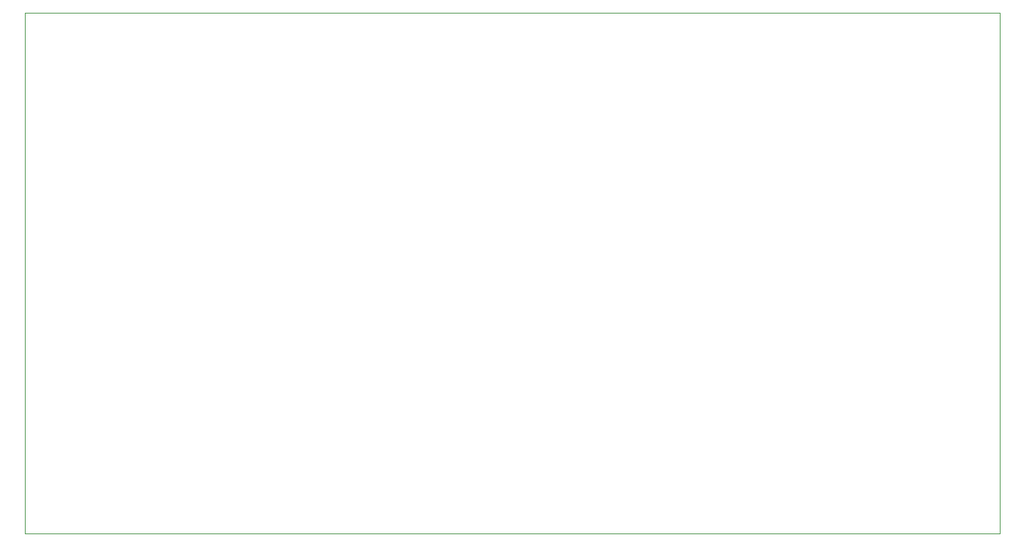
<source format=gbr>
G04 #@! TF.GenerationSoftware,KiCad,Pcbnew,5.1.5-52549c5~86~ubuntu18.04.1*
G04 #@! TF.CreationDate,2020-04-16T21:51:48+01:00*
G04 #@! TF.ProjectId,accesscontrol,61636365-7373-4636-9f6e-74726f6c2e6b,rev?*
G04 #@! TF.SameCoordinates,Original*
G04 #@! TF.FileFunction,Profile,NP*
%FSLAX46Y46*%
G04 Gerber Fmt 4.6, Leading zero omitted, Abs format (unit mm)*
G04 Created by KiCad (PCBNEW 5.1.5-52549c5~86~ubuntu18.04.1) date 2020-04-16 21:51:48*
%MOMM*%
%LPD*%
G04 APERTURE LIST*
%ADD10C,0.050000*%
G04 APERTURE END LIST*
D10*
X176000000Y-57000000D02*
X176000000Y-119000000D01*
X60000000Y-57000000D02*
X176000000Y-57000000D01*
X60000000Y-119000000D02*
X60000000Y-57000000D01*
X70000000Y-119000000D02*
X60000000Y-119000000D01*
X176000000Y-119000000D02*
X70000000Y-119000000D01*
M02*

</source>
